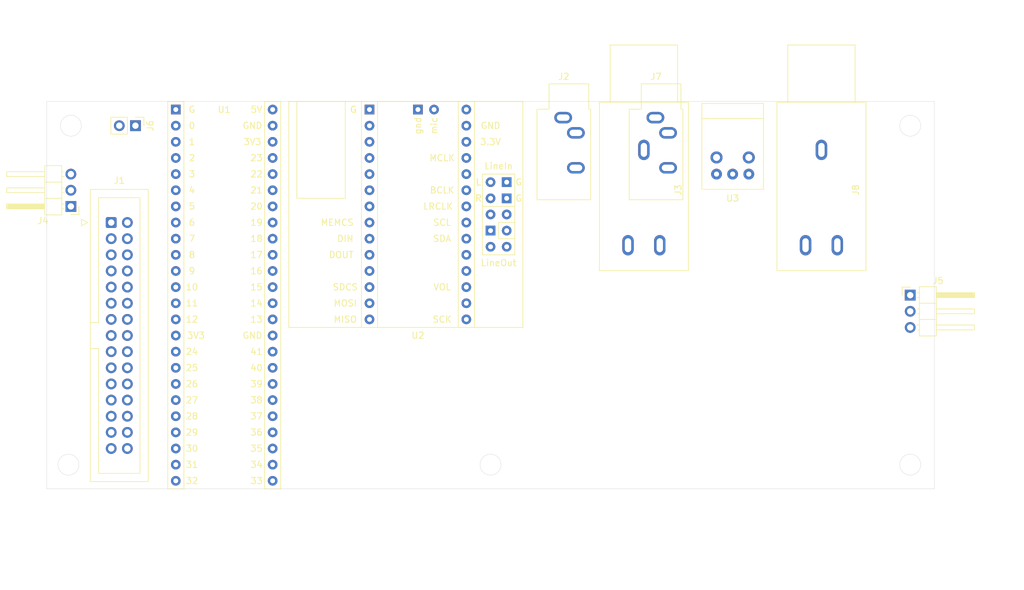
<source format=kicad_pcb>
(kicad_pcb (version 20171130) (host pcbnew "(5.1.7)-1")

  (general
    (thickness 1.6)
    (drawings 13)
    (tracks 0)
    (zones 0)
    (modules 11)
    (nets 117)
  )

  (page A4)
  (layers
    (0 F.Cu signal)
    (31 B.Cu signal)
    (32 B.Adhes user)
    (33 F.Adhes user)
    (34 B.Paste user)
    (35 F.Paste user)
    (36 B.SilkS user)
    (37 F.SilkS user)
    (38 B.Mask user)
    (39 F.Mask user)
    (40 Dwgs.User user)
    (41 Cmts.User user)
    (42 Eco1.User user)
    (43 Eco2.User user)
    (44 Edge.Cuts user)
    (45 Margin user)
    (46 B.CrtYd user)
    (47 F.CrtYd user)
    (48 B.Fab user)
    (49 F.Fab user)
  )

  (setup
    (last_trace_width 0.25)
    (trace_clearance 0.2)
    (zone_clearance 0.508)
    (zone_45_only no)
    (trace_min 0.2)
    (via_size 0.8)
    (via_drill 0.4)
    (via_min_size 0.4)
    (via_min_drill 0.3)
    (uvia_size 0.3)
    (uvia_drill 0.1)
    (uvias_allowed no)
    (uvia_min_size 0.2)
    (uvia_min_drill 0.1)
    (edge_width 0.05)
    (segment_width 0.2)
    (pcb_text_width 0.3)
    (pcb_text_size 1.5 1.5)
    (mod_edge_width 0.12)
    (mod_text_size 1 1)
    (mod_text_width 0.15)
    (pad_size 1.524 1.524)
    (pad_drill 0.762)
    (pad_to_mask_clearance 0.051)
    (solder_mask_min_width 0.25)
    (aux_axis_origin 0 0)
    (visible_elements 7FFFFFFF)
    (pcbplotparams
      (layerselection 0x010fc_ffffffff)
      (usegerberextensions false)
      (usegerberattributes false)
      (usegerberadvancedattributes false)
      (creategerberjobfile false)
      (excludeedgelayer true)
      (linewidth 0.100000)
      (plotframeref false)
      (viasonmask false)
      (mode 1)
      (useauxorigin false)
      (hpglpennumber 1)
      (hpglpenspeed 20)
      (hpglpendiameter 15.000000)
      (psnegative false)
      (psa4output false)
      (plotreference true)
      (plotvalue true)
      (plotinvisibletext false)
      (padsonsilk false)
      (subtractmaskfromsilk false)
      (outputformat 1)
      (mirror false)
      (drillshape 1)
      (scaleselection 1)
      (outputdirectory ""))
  )

  (net 0 "")
  (net 1 "Net-(J1-Pad30)")
  (net 2 "Net-(J1-Pad29)")
  (net 3 "Net-(J1-Pad28)")
  (net 4 "Net-(J1-Pad27)")
  (net 5 "Net-(J1-Pad26)")
  (net 6 "Net-(J1-Pad25)")
  (net 7 "Net-(J1-Pad24)")
  (net 8 "Net-(J1-Pad23)")
  (net 9 "Net-(J1-Pad22)")
  (net 10 "Net-(J1-Pad21)")
  (net 11 "Net-(J1-Pad20)")
  (net 12 "Net-(J1-Pad19)")
  (net 13 "Net-(J1-Pad18)")
  (net 14 "Net-(J1-Pad17)")
  (net 15 "Net-(J1-Pad16)")
  (net 16 "Net-(J1-Pad15)")
  (net 17 "Net-(J1-Pad14)")
  (net 18 "Net-(J1-Pad13)")
  (net 19 "Net-(J1-Pad12)")
  (net 20 "Net-(J1-Pad11)")
  (net 21 "Net-(J1-Pad10)")
  (net 22 "Net-(J1-Pad9)")
  (net 23 "Net-(J1-Pad8)")
  (net 24 "Net-(J1-Pad7)")
  (net 25 "Net-(J1-Pad6)")
  (net 26 "Net-(J1-Pad5)")
  (net 27 "Net-(J1-Pad4)")
  (net 28 "Net-(J1-Pad3)")
  (net 29 "Net-(J1-Pad2)")
  (net 30 "Net-(J1-Pad1)")
  (net 31 "Net-(J2-PadR)")
  (net 32 "Net-(J2-PadT)")
  (net 33 "Net-(J2-PadS)")
  (net 34 "Net-(J3-PadR)")
  (net 35 "Net-(J3-PadT)")
  (net 36 "Net-(J3-PadS)")
  (net 37 "Net-(U1-Pad48)")
  (net 38 "Net-(U1-Pad47)")
  (net 39 "Net-(U1-Pad46)")
  (net 40 "Net-(U1-Pad45)")
  (net 41 "Net-(U1-Pad44)")
  (net 42 "Net-(U1-Pad43)")
  (net 43 "Net-(U1-Pad42)")
  (net 44 "Net-(U1-Pad41)")
  (net 45 "Net-(U1-Pad40)")
  (net 46 "Net-(U1-Pad39)")
  (net 47 "Net-(U1-Pad38)")
  (net 48 "Net-(U1-Pad37)")
  (net 49 "Net-(U1-Pad36)")
  (net 50 "Net-(U1-Pad35)")
  (net 51 "Net-(U1-Pad34)")
  (net 52 "Net-(U1-Pad33)")
  (net 53 "Net-(U1-Pad32)")
  (net 54 "Net-(U1-Pad31)")
  (net 55 "Net-(U1-Pad30)")
  (net 56 "Net-(U1-Pad29)")
  (net 57 "Net-(U1-Pad28)")
  (net 58 "Net-(U1-Pad27)")
  (net 59 "Net-(U1-Pad26)")
  (net 60 "Net-(U1-Pad25)")
  (net 61 "Net-(U1-Pad24)")
  (net 62 "Net-(U1-Pad23)")
  (net 63 "Net-(U1-Pad22)")
  (net 64 "Net-(U1-Pad21)")
  (net 65 "Net-(U1-Pad20)")
  (net 66 "Net-(U1-Pad19)")
  (net 67 "Net-(U1-Pad18)")
  (net 68 "Net-(U1-Pad17)")
  (net 69 "Net-(U1-Pad16)")
  (net 70 "Net-(U1-Pad15)")
  (net 71 "Net-(U1-Pad14)")
  (net 72 "Net-(U1-Pad13)")
  (net 73 "Net-(U1-Pad12)")
  (net 74 "Net-(U1-Pad11)")
  (net 75 "Net-(U1-Pad10)")
  (net 76 "Net-(U1-Pad9)")
  (net 77 "Net-(U1-Pad8)")
  (net 78 "Net-(U1-Pad7)")
  (net 79 "Net-(U1-Pad6)")
  (net 80 "Net-(U1-Pad5)")
  (net 81 "Net-(U1-Pad4)")
  (net 82 "Net-(U1-Pad3)")
  (net 83 "Net-(U1-Pad2)")
  (net 84 "Net-(U1-Pad1)")
  (net 85 "Net-(U2-Pad40)")
  (net 86 "Net-(U2-Pad39)")
  (net 87 "Net-(U2-Pad27)")
  (net 88 "Net-(U2-Pad26)")
  (net 89 "Net-(U2-Pad25)")
  (net 90 "Net-(U2-Pad23)")
  (net 91 "Net-(U2-Pad22)")
  (net 92 "Net-(U2-Pad21)")
  (net 93 "Net-(U2-Pad20)")
  (net 94 "Net-(U2-Pad17)")
  (net 95 "Net-(U2-Pad15)")
  (net 96 "Net-(U2-Pad14)")
  (net 97 "Net-(U2-Pad13)")
  (net 98 "Net-(U2-Pad12)")
  (net 99 "Net-(U2-Pad10)")
  (net 100 "Net-(U2-Pad9)")
  (net 101 "Net-(U2-Pad8)")
  (net 102 "Net-(U2-Pad1)")
  (net 103 "Net-(J4-Pad3)")
  (net 104 "Net-(J4-Pad2)")
  (net 105 "Net-(J4-Pad1)")
  (net 106 "Net-(J5-Pad3)")
  (net 107 "Net-(J5-Pad2)")
  (net 108 "Net-(J5-Pad1)")
  (net 109 "Net-(J6-Pad1)")
  (net 110 "Net-(J6-Pad2)")
  (net 111 "Net-(U3-Pad1)")
  (net 112 "Net-(U3-Pad2)")
  (net 113 "Net-(U3-Pad3)")
  (net 114 "Net-(J8-PadT)")
  (net 115 "Net-(J8-PadR)")
  (net 116 "Net-(J8-PadS)")

  (net_class Default "This is the default net class."
    (clearance 0.2)
    (trace_width 0.25)
    (via_dia 0.8)
    (via_drill 0.4)
    (uvia_dia 0.3)
    (uvia_drill 0.1)
    (add_net "Net-(J1-Pad1)")
    (add_net "Net-(J1-Pad10)")
    (add_net "Net-(J1-Pad11)")
    (add_net "Net-(J1-Pad12)")
    (add_net "Net-(J1-Pad13)")
    (add_net "Net-(J1-Pad14)")
    (add_net "Net-(J1-Pad15)")
    (add_net "Net-(J1-Pad16)")
    (add_net "Net-(J1-Pad17)")
    (add_net "Net-(J1-Pad18)")
    (add_net "Net-(J1-Pad19)")
    (add_net "Net-(J1-Pad2)")
    (add_net "Net-(J1-Pad20)")
    (add_net "Net-(J1-Pad21)")
    (add_net "Net-(J1-Pad22)")
    (add_net "Net-(J1-Pad23)")
    (add_net "Net-(J1-Pad24)")
    (add_net "Net-(J1-Pad25)")
    (add_net "Net-(J1-Pad26)")
    (add_net "Net-(J1-Pad27)")
    (add_net "Net-(J1-Pad28)")
    (add_net "Net-(J1-Pad29)")
    (add_net "Net-(J1-Pad3)")
    (add_net "Net-(J1-Pad30)")
    (add_net "Net-(J1-Pad4)")
    (add_net "Net-(J1-Pad5)")
    (add_net "Net-(J1-Pad6)")
    (add_net "Net-(J1-Pad7)")
    (add_net "Net-(J1-Pad8)")
    (add_net "Net-(J1-Pad9)")
    (add_net "Net-(J2-PadR)")
    (add_net "Net-(J2-PadS)")
    (add_net "Net-(J2-PadT)")
    (add_net "Net-(J3-PadR)")
    (add_net "Net-(J3-PadS)")
    (add_net "Net-(J3-PadT)")
    (add_net "Net-(J4-Pad1)")
    (add_net "Net-(J4-Pad2)")
    (add_net "Net-(J4-Pad3)")
    (add_net "Net-(J5-Pad1)")
    (add_net "Net-(J5-Pad2)")
    (add_net "Net-(J5-Pad3)")
    (add_net "Net-(J6-Pad1)")
    (add_net "Net-(J6-Pad2)")
    (add_net "Net-(J8-PadR)")
    (add_net "Net-(J8-PadS)")
    (add_net "Net-(J8-PadT)")
    (add_net "Net-(U1-Pad1)")
    (add_net "Net-(U1-Pad10)")
    (add_net "Net-(U1-Pad11)")
    (add_net "Net-(U1-Pad12)")
    (add_net "Net-(U1-Pad13)")
    (add_net "Net-(U1-Pad14)")
    (add_net "Net-(U1-Pad15)")
    (add_net "Net-(U1-Pad16)")
    (add_net "Net-(U1-Pad17)")
    (add_net "Net-(U1-Pad18)")
    (add_net "Net-(U1-Pad19)")
    (add_net "Net-(U1-Pad2)")
    (add_net "Net-(U1-Pad20)")
    (add_net "Net-(U1-Pad21)")
    (add_net "Net-(U1-Pad22)")
    (add_net "Net-(U1-Pad23)")
    (add_net "Net-(U1-Pad24)")
    (add_net "Net-(U1-Pad25)")
    (add_net "Net-(U1-Pad26)")
    (add_net "Net-(U1-Pad27)")
    (add_net "Net-(U1-Pad28)")
    (add_net "Net-(U1-Pad29)")
    (add_net "Net-(U1-Pad3)")
    (add_net "Net-(U1-Pad30)")
    (add_net "Net-(U1-Pad31)")
    (add_net "Net-(U1-Pad32)")
    (add_net "Net-(U1-Pad33)")
    (add_net "Net-(U1-Pad34)")
    (add_net "Net-(U1-Pad35)")
    (add_net "Net-(U1-Pad36)")
    (add_net "Net-(U1-Pad37)")
    (add_net "Net-(U1-Pad38)")
    (add_net "Net-(U1-Pad39)")
    (add_net "Net-(U1-Pad4)")
    (add_net "Net-(U1-Pad40)")
    (add_net "Net-(U1-Pad41)")
    (add_net "Net-(U1-Pad42)")
    (add_net "Net-(U1-Pad43)")
    (add_net "Net-(U1-Pad44)")
    (add_net "Net-(U1-Pad45)")
    (add_net "Net-(U1-Pad46)")
    (add_net "Net-(U1-Pad47)")
    (add_net "Net-(U1-Pad48)")
    (add_net "Net-(U1-Pad5)")
    (add_net "Net-(U1-Pad6)")
    (add_net "Net-(U1-Pad7)")
    (add_net "Net-(U1-Pad8)")
    (add_net "Net-(U1-Pad9)")
    (add_net "Net-(U2-Pad1)")
    (add_net "Net-(U2-Pad10)")
    (add_net "Net-(U2-Pad12)")
    (add_net "Net-(U2-Pad13)")
    (add_net "Net-(U2-Pad14)")
    (add_net "Net-(U2-Pad15)")
    (add_net "Net-(U2-Pad17)")
    (add_net "Net-(U2-Pad20)")
    (add_net "Net-(U2-Pad21)")
    (add_net "Net-(U2-Pad22)")
    (add_net "Net-(U2-Pad23)")
    (add_net "Net-(U2-Pad25)")
    (add_net "Net-(U2-Pad26)")
    (add_net "Net-(U2-Pad27)")
    (add_net "Net-(U2-Pad39)")
    (add_net "Net-(U2-Pad40)")
    (add_net "Net-(U2-Pad8)")
    (add_net "Net-(U2-Pad9)")
    (add_net "Net-(U3-Pad1)")
    (add_net "Net-(U3-Pad2)")
    (add_net "Net-(U3-Pad3)")
  )

  (module Connector_Audio:Jack_6.35mm_ST_008G_04 (layer F.Cu) (tedit 5F702D8F) (tstamp 5F770479)
    (at 160.02 74.93 270)
    (path /5F771708)
    (fp_text reference J8 (at 6.3 -5.4 90) (layer F.SilkS)
      (effects (font (size 1 1) (thickness 0.15)))
    )
    (fp_text value AudioJack3 (at 6.1 5.1 90) (layer F.Fab)
      (effects (font (size 1 1) (thickness 0.15)))
    )
    (fp_line (start -7.5 7) (end 19 7) (layer F.SilkS) (width 0.12))
    (fp_line (start -7.5 -7) (end 19 -7) (layer F.SilkS) (width 0.12))
    (fp_line (start -7.5 -7) (end -7.5 7) (layer F.SilkS) (width 0.12))
    (fp_line (start 19 -7) (end 19 7) (layer F.SilkS) (width 0.12))
    (fp_line (start -16.5 -5.3) (end -16.5 5.3) (layer F.SilkS) (width 0.12))
    (fp_line (start -16.5 -5.3) (end -7.5 -5.3) (layer F.SilkS) (width 0.12))
    (fp_line (start -16.5 5.3) (end -7.5 5.3) (layer F.SilkS) (width 0.12))
    (pad T thru_hole oval (at 15 -2.5 270) (size 3.2 1.8) (drill oval 2.2 1) (layers *.Cu *.Mask)
      (net 114 "Net-(J8-PadT)"))
    (pad R thru_hole oval (at 15 2.5 270) (size 3.2 1.8) (drill oval 2.2 1) (layers *.Cu *.Mask)
      (net 115 "Net-(J8-PadR)"))
    (pad S thru_hole oval (at 0 0 270) (size 3.2 1.8) (drill oval 2.2 1) (layers *.Cu *.Mask)
      (net 116 "Net-(J8-PadS)"))
  )

  (module Connector_Audio:Jack_3.5mm_CUI_SJ1-3533NG_Horizontal (layer F.Cu) (tedit 5BAD3514) (tstamp 5F77046B)
    (at 133.89 69.85)
    (descr "TRS 3.5mm, horizontal, through-hole, https://www.cui.com/product/resource/sj1-353xng.pdf")
    (tags "TRS audio jack stereo horizontal")
    (path /5F7723C9)
    (fp_text reference J7 (at 0.1 -6.45) (layer F.SilkS)
      (effects (font (size 1 1) (thickness 0.15)))
    )
    (fp_text value AudioJack3 (at 0.1 14.05) (layer F.Fab)
      (effects (font (size 1 1) (thickness 0.15)))
    )
    (fp_text user %R (at 0.1 3.8) (layer F.Fab)
      (effects (font (size 1 1) (thickness 0.15)))
    )
    (fp_line (start -2.1 -5.2) (end 3.9 -5.2) (layer F.Fab) (width 0.1))
    (fp_line (start 3.9 -5.2) (end 3.9 -1.2) (layer F.Fab) (width 0.1))
    (fp_line (start 3.9 -1.2) (end 4.2 -1.2) (layer F.Fab) (width 0.1))
    (fp_line (start 4.2 -1.2) (end 4.2 12.8) (layer F.Fab) (width 0.1))
    (fp_line (start 4.2 12.8) (end -4 12.8) (layer F.Fab) (width 0.1))
    (fp_line (start -4 12.8) (end -4 -1.2) (layer F.Fab) (width 0.1))
    (fp_line (start -4 -1.2) (end -2.1 -1.2) (layer F.Fab) (width 0.1))
    (fp_line (start -2.1 -1.2) (end -2.1 -5.2) (layer F.Fab) (width 0.1))
    (fp_line (start -2.22 -5.32) (end 4.02 -5.32) (layer F.SilkS) (width 0.12))
    (fp_line (start 4.02 -5.32) (end 4.02 -1.32) (layer F.SilkS) (width 0.12))
    (fp_line (start 4.02 -1.32) (end 4.32 -1.32) (layer F.SilkS) (width 0.12))
    (fp_line (start 4.32 -1.32) (end 4.32 12.92) (layer F.SilkS) (width 0.12))
    (fp_line (start 4.32 12.92) (end -4.12 12.92) (layer F.SilkS) (width 0.12))
    (fp_line (start -4.12 12.92) (end -4.12 -1.32) (layer F.SilkS) (width 0.12))
    (fp_line (start -4.12 -1.32) (end -2.22 -1.32) (layer F.SilkS) (width 0.12))
    (fp_line (start -2.22 -1.32) (end -2.22 -5.32) (layer F.SilkS) (width 0.12))
    (fp_line (start -4.5 -5.7) (end -4.5 13.3) (layer F.CrtYd) (width 0.05))
    (fp_line (start -4.5 13.3) (end 4.7 13.3) (layer F.CrtYd) (width 0.05))
    (fp_line (start 4.7 13.3) (end 4.7 -5.7) (layer F.CrtYd) (width 0.05))
    (fp_line (start 4.7 -5.7) (end -4.5 -5.7) (layer F.CrtYd) (width 0.05))
    (pad R thru_hole oval (at 2 7.9) (size 2.8 1.8) (drill oval 2 1) (layers *.Cu *.Mask)
      (net 34 "Net-(J3-PadR)"))
    (pad T thru_hole oval (at 2 2.4) (size 2.8 1.8) (drill oval 2 1) (layers *.Cu *.Mask)
      (net 35 "Net-(J3-PadT)"))
    (pad S thru_hole oval (at 0 0) (size 2.8 1.8) (drill oval 2 1) (layers *.Cu *.Mask)
      (net 36 "Net-(J3-PadS)"))
    (model ${KISYS3DMOD}/Connector_Audio.3dshapes/Jack_3.5mm_CUI_SJ1-3533NG_Horizontal.wrl
      (at (xyz 0 0 0))
      (scale (xyz 1 1 1))
      (rotate (xyz 0 0 0))
    )
  )

  (module Module:PLT133T10W (layer F.Cu) (tedit 5F7637BA) (tstamp 5F769A4E)
    (at 146.05 78.74)
    (path /5F765E12)
    (fp_text reference U3 (at 0 3.81) (layer F.SilkS)
      (effects (font (size 1 1) (thickness 0.15)))
    )
    (fp_text value PLT133T10W (at 0 -7.62) (layer F.Fab)
      (effects (font (size 1 1) (thickness 0.15)))
    )
    (fp_line (start -4.85 -11.11) (end 4.85 -11.11) (layer F.SilkS) (width 0.12))
    (fp_line (start -4.85 2.39) (end 4.85 2.39) (layer F.SilkS) (width 0.12))
    (fp_line (start -4.85 -11.11) (end -4.85 2.39) (layer F.SilkS) (width 0.12))
    (fp_line (start 4.85 -11.11) (end 4.85 2.39) (layer F.SilkS) (width 0.12))
    (fp_line (start -4.85 -8.75) (end 4.85 -8.75) (layer F.SilkS) (width 0.12))
    (pad "" thru_hole circle (at 2.54 -2.62) (size 1.9 1.9) (drill 1.1) (layers *.Cu *.Mask))
    (pad "" thru_hole circle (at -2.54 -2.62) (size 1.9 1.9) (drill 1.1) (layers *.Cu *.Mask))
    (pad 1 thru_hole circle (at 2.54 0) (size 1.7 1.7) (drill 0.8) (layers *.Cu *.Mask)
      (net 111 "Net-(U3-Pad1)"))
    (pad 2 thru_hole circle (at 0 0) (size 1.7 1.7) (drill 0.8) (layers *.Cu *.Mask)
      (net 112 "Net-(U3-Pad2)"))
    (pad 3 thru_hole circle (at -2.54 0) (size 1.7 1.7) (drill 0.8) (layers *.Cu *.Mask)
      (net 113 "Net-(U3-Pad3)"))
  )

  (module Connector_IDC:IDC-Header_2x15_P2.54mm_Vertical (layer F.Cu) (tedit 5EAC9A07) (tstamp 5F6F8455)
    (at 48.26 86.36)
    (descr "Through hole IDC box header, 2x15, 2.54mm pitch, DIN 41651 / IEC 60603-13, double rows, https://docs.google.com/spreadsheets/d/16SsEcesNF15N3Lb4niX7dcUr-NY5_MFPQhobNuNppn4/edit#gid=0")
    (tags "Through hole vertical IDC box header THT 2x15 2.54mm double row")
    (path /5F6F6FD9)
    (fp_text reference J1 (at 1.27 -6.604) (layer F.SilkS)
      (effects (font (size 1 1) (thickness 0.15)))
    )
    (fp_text value Conn_02x20_Odd_Even (at -6.35 19.05 90) (layer F.Fab)
      (effects (font (size 1 1) (thickness 0.15)))
    )
    (fp_text user %R (at 1.27 20.32) (layer F.Fab)
      (effects (font (size 1 1) (thickness 0.15)))
    )
    (fp_line (start -3.18 -4.1) (end -2.18 -5.1) (layer F.Fab) (width 0.1))
    (fp_line (start -2.18 -5.1) (end 5.72 -5.1) (layer F.Fab) (width 0.1))
    (fp_line (start 5.72 -5.1) (end 5.72 40.66) (layer F.Fab) (width 0.1))
    (fp_line (start 5.72 40.66) (end -3.18 40.66) (layer F.Fab) (width 0.1))
    (fp_line (start -3.18 40.66) (end -3.18 -4.1) (layer F.Fab) (width 0.1))
    (fp_line (start -3.18 15.73) (end -1.98 15.73) (layer F.Fab) (width 0.1))
    (fp_line (start -1.98 15.73) (end -1.98 -3.91) (layer F.Fab) (width 0.1))
    (fp_line (start -1.98 -3.91) (end 4.52 -3.91) (layer F.Fab) (width 0.1))
    (fp_line (start 4.52 -3.91) (end 4.52 39.47) (layer F.Fab) (width 0.1))
    (fp_line (start 4.52 39.47) (end -1.98 39.47) (layer F.Fab) (width 0.1))
    (fp_line (start -1.98 39.47) (end -1.98 19.83) (layer F.Fab) (width 0.1))
    (fp_line (start -1.98 19.83) (end -1.98 19.83) (layer F.Fab) (width 0.1))
    (fp_line (start -1.98 19.83) (end -3.18 19.83) (layer F.Fab) (width 0.1))
    (fp_line (start -3.29 -5.21) (end 5.83 -5.21) (layer F.SilkS) (width 0.12))
    (fp_line (start 5.83 -5.21) (end 5.83 40.77) (layer F.SilkS) (width 0.12))
    (fp_line (start 5.83 40.77) (end -3.29 40.77) (layer F.SilkS) (width 0.12))
    (fp_line (start -3.29 40.77) (end -3.29 -5.21) (layer F.SilkS) (width 0.12))
    (fp_line (start -3.29 15.73) (end -1.98 15.73) (layer F.SilkS) (width 0.12))
    (fp_line (start -1.98 15.73) (end -1.98 -3.91) (layer F.SilkS) (width 0.12))
    (fp_line (start -1.98 -3.91) (end 4.52 -3.91) (layer F.SilkS) (width 0.12))
    (fp_line (start 4.52 -3.91) (end 4.52 39.47) (layer F.SilkS) (width 0.12))
    (fp_line (start 4.52 39.47) (end -1.98 39.47) (layer F.SilkS) (width 0.12))
    (fp_line (start -1.98 39.47) (end -1.98 19.83) (layer F.SilkS) (width 0.12))
    (fp_line (start -1.98 19.83) (end -1.98 19.83) (layer F.SilkS) (width 0.12))
    (fp_line (start -1.98 19.83) (end -3.29 19.83) (layer F.SilkS) (width 0.12))
    (fp_line (start -3.68 0) (end -4.68 -0.5) (layer F.SilkS) (width 0.12))
    (fp_line (start -4.68 -0.5) (end -4.68 0.5) (layer F.SilkS) (width 0.12))
    (fp_line (start -4.68 0.5) (end -3.68 0) (layer F.SilkS) (width 0.12))
    (fp_line (start -3.68 -5.6) (end -3.68 41.16) (layer F.CrtYd) (width 0.05))
    (fp_line (start -3.68 41.16) (end 6.22 41.16) (layer F.CrtYd) (width 0.05))
    (fp_line (start 6.22 41.16) (end 6.22 -5.6) (layer F.CrtYd) (width 0.05))
    (fp_line (start 6.22 -5.6) (end -3.68 -5.6) (layer F.CrtYd) (width 0.05))
    (pad 30 thru_hole circle (at 2.54 35.56) (size 1.7 1.7) (drill 1) (layers *.Cu *.Mask)
      (net 1 "Net-(J1-Pad30)"))
    (pad 28 thru_hole circle (at 2.54 33.02) (size 1.7 1.7) (drill 1) (layers *.Cu *.Mask)
      (net 3 "Net-(J1-Pad28)"))
    (pad 26 thru_hole circle (at 2.54 30.48) (size 1.7 1.7) (drill 1) (layers *.Cu *.Mask)
      (net 5 "Net-(J1-Pad26)"))
    (pad 24 thru_hole circle (at 2.54 27.94) (size 1.7 1.7) (drill 1) (layers *.Cu *.Mask)
      (net 7 "Net-(J1-Pad24)"))
    (pad 22 thru_hole circle (at 2.54 25.4) (size 1.7 1.7) (drill 1) (layers *.Cu *.Mask)
      (net 9 "Net-(J1-Pad22)"))
    (pad 20 thru_hole circle (at 2.54 22.86) (size 1.7 1.7) (drill 1) (layers *.Cu *.Mask)
      (net 11 "Net-(J1-Pad20)"))
    (pad 18 thru_hole circle (at 2.54 20.32) (size 1.7 1.7) (drill 1) (layers *.Cu *.Mask)
      (net 13 "Net-(J1-Pad18)"))
    (pad 16 thru_hole circle (at 2.54 17.78) (size 1.7 1.7) (drill 1) (layers *.Cu *.Mask)
      (net 15 "Net-(J1-Pad16)"))
    (pad 14 thru_hole circle (at 2.54 15.24) (size 1.7 1.7) (drill 1) (layers *.Cu *.Mask)
      (net 17 "Net-(J1-Pad14)"))
    (pad 12 thru_hole circle (at 2.54 12.7) (size 1.7 1.7) (drill 1) (layers *.Cu *.Mask)
      (net 19 "Net-(J1-Pad12)"))
    (pad 10 thru_hole circle (at 2.54 10.16) (size 1.7 1.7) (drill 1) (layers *.Cu *.Mask)
      (net 21 "Net-(J1-Pad10)"))
    (pad 8 thru_hole circle (at 2.54 7.62) (size 1.7 1.7) (drill 1) (layers *.Cu *.Mask)
      (net 23 "Net-(J1-Pad8)"))
    (pad 6 thru_hole circle (at 2.54 5.08) (size 1.7 1.7) (drill 1) (layers *.Cu *.Mask)
      (net 25 "Net-(J1-Pad6)"))
    (pad 4 thru_hole circle (at 2.54 2.54) (size 1.7 1.7) (drill 1) (layers *.Cu *.Mask)
      (net 27 "Net-(J1-Pad4)"))
    (pad 2 thru_hole circle (at 2.54 0) (size 1.7 1.7) (drill 1) (layers *.Cu *.Mask)
      (net 29 "Net-(J1-Pad2)"))
    (pad 29 thru_hole circle (at 0 35.56) (size 1.7 1.7) (drill 1) (layers *.Cu *.Mask)
      (net 2 "Net-(J1-Pad29)"))
    (pad 27 thru_hole circle (at 0 33.02) (size 1.7 1.7) (drill 1) (layers *.Cu *.Mask)
      (net 4 "Net-(J1-Pad27)"))
    (pad 25 thru_hole circle (at 0 30.48) (size 1.7 1.7) (drill 1) (layers *.Cu *.Mask)
      (net 6 "Net-(J1-Pad25)"))
    (pad 23 thru_hole circle (at 0 27.94) (size 1.7 1.7) (drill 1) (layers *.Cu *.Mask)
      (net 8 "Net-(J1-Pad23)"))
    (pad 21 thru_hole circle (at 0 25.4) (size 1.7 1.7) (drill 1) (layers *.Cu *.Mask)
      (net 10 "Net-(J1-Pad21)"))
    (pad 19 thru_hole circle (at 0 22.86) (size 1.7 1.7) (drill 1) (layers *.Cu *.Mask)
      (net 12 "Net-(J1-Pad19)"))
    (pad 17 thru_hole circle (at 0 20.32) (size 1.7 1.7) (drill 1) (layers *.Cu *.Mask)
      (net 14 "Net-(J1-Pad17)"))
    (pad 15 thru_hole circle (at 0 17.78) (size 1.7 1.7) (drill 1) (layers *.Cu *.Mask)
      (net 16 "Net-(J1-Pad15)"))
    (pad 13 thru_hole circle (at 0 15.24) (size 1.7 1.7) (drill 1) (layers *.Cu *.Mask)
      (net 18 "Net-(J1-Pad13)"))
    (pad 11 thru_hole circle (at 0 12.7) (size 1.7 1.7) (drill 1) (layers *.Cu *.Mask)
      (net 20 "Net-(J1-Pad11)"))
    (pad 9 thru_hole circle (at 0 10.16) (size 1.7 1.7) (drill 1) (layers *.Cu *.Mask)
      (net 22 "Net-(J1-Pad9)"))
    (pad 7 thru_hole circle (at 0 7.62) (size 1.7 1.7) (drill 1) (layers *.Cu *.Mask)
      (net 24 "Net-(J1-Pad7)"))
    (pad 5 thru_hole circle (at 0 5.08) (size 1.7 1.7) (drill 1) (layers *.Cu *.Mask)
      (net 26 "Net-(J1-Pad5)"))
    (pad 3 thru_hole circle (at 0 2.54) (size 1.7 1.7) (drill 1) (layers *.Cu *.Mask)
      (net 28 "Net-(J1-Pad3)"))
    (pad 1 thru_hole roundrect (at 0 0) (size 1.7 1.7) (drill 1) (layers *.Cu *.Mask) (roundrect_rratio 0.147059)
      (net 30 "Net-(J1-Pad1)"))
    (model ${KISYS3DMOD}/Connector_IDC.3dshapes/IDC-Header_2x15_P2.54mm_Vertical.wrl
      (at (xyz 0 0 0))
      (scale (xyz 1 1 1))
      (rotate (xyz 0 0 0))
    )
  )

  (module Connector_PinHeader_2.54mm:PinHeader_1x02_P2.54mm_Vertical (layer F.Cu) (tedit 59FED5CC) (tstamp 5F70C7FA)
    (at 52.07 71.12 270)
    (descr "Through hole straight pin header, 1x02, 2.54mm pitch, single row")
    (tags "Through hole pin header THT 1x02 2.54mm single row")
    (path /5F70D684)
    (fp_text reference J6 (at 0 -2.33 90) (layer F.SilkS)
      (effects (font (size 1 1) (thickness 0.15)))
    )
    (fp_text value Conn_01x02_Male (at 0 4.87 90) (layer F.Fab)
      (effects (font (size 1 1) (thickness 0.15)))
    )
    (fp_line (start 1.8 -1.8) (end -1.8 -1.8) (layer F.CrtYd) (width 0.05))
    (fp_line (start 1.8 4.35) (end 1.8 -1.8) (layer F.CrtYd) (width 0.05))
    (fp_line (start -1.8 4.35) (end 1.8 4.35) (layer F.CrtYd) (width 0.05))
    (fp_line (start -1.8 -1.8) (end -1.8 4.35) (layer F.CrtYd) (width 0.05))
    (fp_line (start -1.33 -1.33) (end 0 -1.33) (layer F.SilkS) (width 0.12))
    (fp_line (start -1.33 0) (end -1.33 -1.33) (layer F.SilkS) (width 0.12))
    (fp_line (start -1.33 1.27) (end 1.33 1.27) (layer F.SilkS) (width 0.12))
    (fp_line (start 1.33 1.27) (end 1.33 3.87) (layer F.SilkS) (width 0.12))
    (fp_line (start -1.33 1.27) (end -1.33 3.87) (layer F.SilkS) (width 0.12))
    (fp_line (start -1.33 3.87) (end 1.33 3.87) (layer F.SilkS) (width 0.12))
    (fp_line (start -1.27 -0.635) (end -0.635 -1.27) (layer F.Fab) (width 0.1))
    (fp_line (start -1.27 3.81) (end -1.27 -0.635) (layer F.Fab) (width 0.1))
    (fp_line (start 1.27 3.81) (end -1.27 3.81) (layer F.Fab) (width 0.1))
    (fp_line (start 1.27 -1.27) (end 1.27 3.81) (layer F.Fab) (width 0.1))
    (fp_line (start -0.635 -1.27) (end 1.27 -1.27) (layer F.Fab) (width 0.1))
    (fp_text user %R (at 0 1.27) (layer F.Fab)
      (effects (font (size 1 1) (thickness 0.15)))
    )
    (pad 2 thru_hole oval (at 0 2.54 270) (size 1.7 1.7) (drill 1) (layers *.Cu *.Mask)
      (net 110 "Net-(J6-Pad2)"))
    (pad 1 thru_hole rect (at 0 0 270) (size 1.7 1.7) (drill 1) (layers *.Cu *.Mask)
      (net 109 "Net-(J6-Pad1)"))
    (model ${KISYS3DMOD}/Connector_PinHeader_2.54mm.3dshapes/PinHeader_1x02_P2.54mm_Vertical.wrl
      (at (xyz 0 0 0))
      (scale (xyz 1 1 1))
      (rotate (xyz 0 0 0))
    )
  )

  (module Module:Teensy41 (layer F.Cu) (tedit 5F7037F2) (tstamp 5F70C173)
    (at 66.04 93.98)
    (path /5F6F5E98)
    (fp_text reference U1 (at 0 -25.4) (layer F.SilkS)
      (effects (font (size 1 1) (thickness 0.15)))
    )
    (fp_text value Teensy41 (at 0 0 90) (layer F.Fab)
      (effects (font (size 1 1) (thickness 0.15)))
    )
    (fp_line (start 6.35 34.29) (end 6.35 -26.67) (layer F.SilkS) (width 0.12))
    (fp_line (start 8.89 34.29) (end 6.35 34.29) (layer F.SilkS) (width 0.12))
    (fp_line (start 8.89 -26.67) (end 8.89 34.29) (layer F.SilkS) (width 0.12))
    (fp_line (start 6.35 -26.67) (end 8.89 -26.67) (layer F.SilkS) (width 0.12))
    (fp_line (start -8.89 34.29) (end -8.89 -26.67) (layer F.SilkS) (width 0.12))
    (fp_line (start -6.35 34.29) (end -8.89 34.29) (layer F.SilkS) (width 0.12))
    (fp_line (start -6.35 -26.67) (end -6.35 34.29) (layer F.SilkS) (width 0.12))
    (fp_line (start -8.89 -26.67) (end -6.35 -26.67) (layer F.SilkS) (width 0.12))
    (fp_text user 5V (at 5.08 -25.4) (layer F.SilkS)
      (effects (font (size 1 1) (thickness 0.15)))
    )
    (fp_text user GND (at 4.445 -22.86) (layer F.SilkS)
      (effects (font (size 1 1) (thickness 0.15)))
    )
    (fp_text user 3V3 (at 4.445 -20.32) (layer F.SilkS)
      (effects (font (size 1 1) (thickness 0.15)))
    )
    (fp_text user 23 (at 5.08 -17.78) (layer F.SilkS)
      (effects (font (size 1 1) (thickness 0.15)))
    )
    (fp_text user 22 (at 5.08 -15.24) (layer F.SilkS)
      (effects (font (size 1 1) (thickness 0.15)))
    )
    (fp_text user 21 (at 5.08 -12.7) (layer F.SilkS)
      (effects (font (size 1 1) (thickness 0.15)))
    )
    (fp_text user 20 (at 5.08 -10.16) (layer F.SilkS)
      (effects (font (size 1 1) (thickness 0.15)))
    )
    (fp_text user 19 (at 5.08 -7.62) (layer F.SilkS)
      (effects (font (size 1 1) (thickness 0.15)))
    )
    (fp_text user 18 (at 5.08 -5.08) (layer F.SilkS)
      (effects (font (size 1 1) (thickness 0.15)))
    )
    (fp_text user 17 (at 5.08 -2.54) (layer F.SilkS)
      (effects (font (size 1 1) (thickness 0.15)))
    )
    (fp_text user 16 (at 5.08 0) (layer F.SilkS)
      (effects (font (size 1 1) (thickness 0.15)))
    )
    (fp_text user 15 (at 5.08 2.54) (layer F.SilkS)
      (effects (font (size 1 1) (thickness 0.15)))
    )
    (fp_text user 14 (at 5.08 5.08) (layer F.SilkS)
      (effects (font (size 1 1) (thickness 0.15)))
    )
    (fp_text user 13 (at 5.08 7.62) (layer F.SilkS)
      (effects (font (size 1 1) (thickness 0.15)))
    )
    (fp_text user GND (at 4.445 10.16) (layer F.SilkS)
      (effects (font (size 1 1) (thickness 0.15)))
    )
    (fp_text user 41 (at 5.08 12.7) (layer F.SilkS)
      (effects (font (size 1 1) (thickness 0.15)))
    )
    (fp_text user 40 (at 5.08 15.24) (layer F.SilkS)
      (effects (font (size 1 1) (thickness 0.15)))
    )
    (fp_text user 39 (at 5.08 17.78) (layer F.SilkS)
      (effects (font (size 1 1) (thickness 0.15)))
    )
    (fp_text user 38 (at 5.08 20.32) (layer F.SilkS)
      (effects (font (size 1 1) (thickness 0.15)))
    )
    (fp_text user 37 (at 5.08 22.86) (layer F.SilkS)
      (effects (font (size 1 1) (thickness 0.15)))
    )
    (fp_text user 36 (at 5.08 25.4) (layer F.SilkS)
      (effects (font (size 1 1) (thickness 0.15)))
    )
    (fp_text user 35 (at 5.08 27.94) (layer F.SilkS)
      (effects (font (size 1 1) (thickness 0.15)))
    )
    (fp_text user 34 (at 5.08 30.48) (layer F.SilkS)
      (effects (font (size 1 1) (thickness 0.15)))
    )
    (fp_text user 33 (at 5.08 33.02) (layer F.SilkS)
      (effects (font (size 1 1) (thickness 0.15)))
    )
    (fp_text user 32 (at -5.08 33.02) (layer F.SilkS)
      (effects (font (size 1 1) (thickness 0.15)))
    )
    (fp_text user 31 (at -5.08 30.48) (layer F.SilkS)
      (effects (font (size 1 1) (thickness 0.15)))
    )
    (fp_text user 30 (at -5.08 27.94) (layer F.SilkS)
      (effects (font (size 1 1) (thickness 0.15)))
    )
    (fp_text user 29 (at -5.08 25.4) (layer F.SilkS)
      (effects (font (size 1 1) (thickness 0.15)))
    )
    (fp_text user 28 (at -5.08 22.86) (layer F.SilkS)
      (effects (font (size 1 1) (thickness 0.15)))
    )
    (fp_text user 27 (at -5.08 20.32) (layer F.SilkS)
      (effects (font (size 1 1) (thickness 0.15)))
    )
    (fp_text user 26 (at -5.08 17.78) (layer F.SilkS)
      (effects (font (size 1 1) (thickness 0.15)))
    )
    (fp_text user 25 (at -5.08 15.24) (layer F.SilkS)
      (effects (font (size 1 1) (thickness 0.15)))
    )
    (fp_text user 24 (at -5.08 12.7) (layer F.SilkS)
      (effects (font (size 1 1) (thickness 0.15)))
    )
    (fp_text user 3V3 (at -4.445 10.16) (layer F.SilkS)
      (effects (font (size 1 1) (thickness 0.15)))
    )
    (fp_text user 12 (at -5.08 7.62) (layer F.SilkS)
      (effects (font (size 1 1) (thickness 0.15)))
    )
    (fp_text user 11 (at -5.08 5.08) (layer F.SilkS)
      (effects (font (size 1 1) (thickness 0.15)))
    )
    (fp_text user 10 (at -5.08 2.54) (layer F.SilkS)
      (effects (font (size 1 1) (thickness 0.15)))
    )
    (fp_text user 9 (at -5.08 0) (layer F.SilkS)
      (effects (font (size 1 1) (thickness 0.15)))
    )
    (fp_text user 8 (at -5.08 -2.54) (layer F.SilkS)
      (effects (font (size 1 1) (thickness 0.15)))
    )
    (fp_text user 7 (at -5.08 -5.08) (layer F.SilkS)
      (effects (font (size 1 1) (thickness 0.15)))
    )
    (fp_text user 6 (at -5.08 -7.62) (layer F.SilkS)
      (effects (font (size 1 1) (thickness 0.15)))
    )
    (fp_text user 5 (at -5.08 -10.16) (layer F.SilkS)
      (effects (font (size 1 1) (thickness 0.15)))
    )
    (fp_text user 4 (at -5.08 -12.7) (layer F.SilkS)
      (effects (font (size 1 1) (thickness 0.15)))
    )
    (fp_text user 3 (at -5.08 -15.24) (layer F.SilkS)
      (effects (font (size 1 1) (thickness 0.15)))
    )
    (fp_text user 2 (at -5.08 -17.78) (layer F.SilkS)
      (effects (font (size 1 1) (thickness 0.15)))
    )
    (fp_text user 1 (at -5.08 -20.32) (layer F.SilkS)
      (effects (font (size 1 1) (thickness 0.15)))
    )
    (fp_text user 0 (at -5.08 -22.86) (layer F.SilkS)
      (effects (font (size 1 1) (thickness 0.15)))
    )
    (fp_text user G (at -5.08 -25.4) (layer F.SilkS)
      (effects (font (size 1 1) (thickness 0.15)))
    )
    (pad 48 thru_hole circle (at 7.62 -25.4) (size 1.524 1.524) (drill 0.762) (layers *.Cu *.Mask)
      (net 37 "Net-(U1-Pad48)"))
    (pad 47 thru_hole circle (at 7.62 -22.86) (size 1.524 1.524) (drill 0.762) (layers *.Cu *.Mask)
      (net 38 "Net-(U1-Pad47)"))
    (pad 46 thru_hole circle (at 7.62 -20.32) (size 1.524 1.524) (drill 0.762) (layers *.Cu *.Mask)
      (net 39 "Net-(U1-Pad46)"))
    (pad 45 thru_hole circle (at 7.62 -17.78) (size 1.524 1.524) (drill 0.762) (layers *.Cu *.Mask)
      (net 40 "Net-(U1-Pad45)"))
    (pad 44 thru_hole circle (at 7.62 -15.24) (size 1.524 1.524) (drill 0.762) (layers *.Cu *.Mask)
      (net 41 "Net-(U1-Pad44)"))
    (pad 43 thru_hole circle (at 7.62 -12.7) (size 1.524 1.524) (drill 0.762) (layers *.Cu *.Mask)
      (net 42 "Net-(U1-Pad43)"))
    (pad 42 thru_hole circle (at 7.62 -10.16) (size 1.524 1.524) (drill 0.762) (layers *.Cu *.Mask)
      (net 43 "Net-(U1-Pad42)"))
    (pad 41 thru_hole circle (at 7.62 -7.62) (size 1.524 1.524) (drill 0.762) (layers *.Cu *.Mask)
      (net 44 "Net-(U1-Pad41)"))
    (pad 40 thru_hole circle (at 7.62 -5.08) (size 1.524 1.524) (drill 0.762) (layers *.Cu *.Mask)
      (net 45 "Net-(U1-Pad40)"))
    (pad 39 thru_hole circle (at 7.62 -2.54) (size 1.524 1.524) (drill 0.762) (layers *.Cu *.Mask)
      (net 46 "Net-(U1-Pad39)"))
    (pad 38 thru_hole circle (at 7.62 0) (size 1.524 1.524) (drill 0.762) (layers *.Cu *.Mask)
      (net 47 "Net-(U1-Pad38)"))
    (pad 37 thru_hole circle (at 7.62 2.54) (size 1.524 1.524) (drill 0.762) (layers *.Cu *.Mask)
      (net 48 "Net-(U1-Pad37)"))
    (pad 36 thru_hole circle (at 7.62 5.08) (size 1.524 1.524) (drill 0.762) (layers *.Cu *.Mask)
      (net 49 "Net-(U1-Pad36)"))
    (pad 35 thru_hole circle (at 7.62 7.62) (size 1.524 1.524) (drill 0.762) (layers *.Cu *.Mask)
      (net 50 "Net-(U1-Pad35)"))
    (pad 34 thru_hole circle (at 7.62 10.16) (size 1.524 1.524) (drill 0.762) (layers *.Cu *.Mask)
      (net 51 "Net-(U1-Pad34)"))
    (pad 33 thru_hole circle (at 7.62 12.7) (size 1.524 1.524) (drill 0.762) (layers *.Cu *.Mask)
      (net 52 "Net-(U1-Pad33)"))
    (pad 32 thru_hole circle (at 7.62 15.24) (size 1.524 1.524) (drill 0.762) (layers *.Cu *.Mask)
      (net 53 "Net-(U1-Pad32)"))
    (pad 31 thru_hole circle (at 7.62 17.78) (size 1.524 1.524) (drill 0.762) (layers *.Cu *.Mask)
      (net 54 "Net-(U1-Pad31)"))
    (pad 30 thru_hole circle (at 7.62 20.32) (size 1.524 1.524) (drill 0.762) (layers *.Cu *.Mask)
      (net 55 "Net-(U1-Pad30)"))
    (pad 29 thru_hole circle (at 7.62 22.86) (size 1.524 1.524) (drill 0.762) (layers *.Cu *.Mask)
      (net 56 "Net-(U1-Pad29)"))
    (pad 28 thru_hole circle (at 7.62 25.4) (size 1.524 1.524) (drill 0.762) (layers *.Cu *.Mask)
      (net 57 "Net-(U1-Pad28)"))
    (pad 27 thru_hole circle (at 7.62 27.94) (size 1.524 1.524) (drill 0.762) (layers *.Cu *.Mask)
      (net 58 "Net-(U1-Pad27)"))
    (pad 26 thru_hole circle (at 7.62 30.48) (size 1.524 1.524) (drill 0.762) (layers *.Cu *.Mask)
      (net 59 "Net-(U1-Pad26)"))
    (pad 25 thru_hole circle (at 7.62 33.02) (size 1.524 1.524) (drill 0.762) (layers *.Cu *.Mask)
      (net 60 "Net-(U1-Pad25)"))
    (pad 24 thru_hole circle (at -7.62 33.02) (size 1.524 1.524) (drill 0.762) (layers *.Cu *.Mask)
      (net 61 "Net-(U1-Pad24)"))
    (pad 23 thru_hole circle (at -7.62 30.48) (size 1.524 1.524) (drill 0.762) (layers *.Cu *.Mask)
      (net 62 "Net-(U1-Pad23)"))
    (pad 22 thru_hole circle (at -7.62 27.94) (size 1.524 1.524) (drill 0.762) (layers *.Cu *.Mask)
      (net 63 "Net-(U1-Pad22)"))
    (pad 21 thru_hole circle (at -7.62 25.4) (size 1.524 1.524) (drill 0.762) (layers *.Cu *.Mask)
      (net 64 "Net-(U1-Pad21)"))
    (pad 20 thru_hole circle (at -7.62 22.86) (size 1.524 1.524) (drill 0.762) (layers *.Cu *.Mask)
      (net 65 "Net-(U1-Pad20)"))
    (pad 19 thru_hole circle (at -7.62 20.32) (size 1.524 1.524) (drill 0.762) (layers *.Cu *.Mask)
      (net 66 "Net-(U1-Pad19)"))
    (pad 18 thru_hole circle (at -7.62 17.78) (size 1.524 1.524) (drill 0.762) (layers *.Cu *.Mask)
      (net 67 "Net-(U1-Pad18)"))
    (pad 17 thru_hole circle (at -7.62 15.24) (size 1.524 1.524) (drill 0.762) (layers *.Cu *.Mask)
      (net 68 "Net-(U1-Pad17)"))
    (pad 16 thru_hole circle (at -7.62 12.7) (size 1.524 1.524) (drill 0.762) (layers *.Cu *.Mask)
      (net 69 "Net-(U1-Pad16)"))
    (pad 15 thru_hole circle (at -7.62 10.16) (size 1.524 1.524) (drill 0.762) (layers *.Cu *.Mask)
      (net 70 "Net-(U1-Pad15)"))
    (pad 14 thru_hole circle (at -7.62 7.62) (size 1.524 1.524) (drill 0.762) (layers *.Cu *.Mask)
      (net 71 "Net-(U1-Pad14)"))
    (pad 13 thru_hole circle (at -7.62 5.08) (size 1.524 1.524) (drill 0.762) (layers *.Cu *.Mask)
      (net 72 "Net-(U1-Pad13)"))
    (pad 12 thru_hole circle (at -7.62 2.54) (size 1.524 1.524) (drill 0.762) (layers *.Cu *.Mask)
      (net 73 "Net-(U1-Pad12)"))
    (pad 11 thru_hole circle (at -7.62 0) (size 1.524 1.524) (drill 0.762) (layers *.Cu *.Mask)
      (net 74 "Net-(U1-Pad11)"))
    (pad 10 thru_hole circle (at -7.62 -2.54) (size 1.524 1.524) (drill 0.762) (layers *.Cu *.Mask)
      (net 75 "Net-(U1-Pad10)"))
    (pad 9 thru_hole circle (at -7.62 -5.08) (size 1.524 1.524) (drill 0.762) (layers *.Cu *.Mask)
      (net 76 "Net-(U1-Pad9)"))
    (pad 8 thru_hole circle (at -7.62 -7.62) (size 1.524 1.524) (drill 0.762) (layers *.Cu *.Mask)
      (net 77 "Net-(U1-Pad8)"))
    (pad 7 thru_hole circle (at -7.62 -10.16) (size 1.524 1.524) (drill 0.762) (layers *.Cu *.Mask)
      (net 78 "Net-(U1-Pad7)"))
    (pad 6 thru_hole circle (at -7.62 -12.7) (size 1.524 1.524) (drill 0.762) (layers *.Cu *.Mask)
      (net 79 "Net-(U1-Pad6)"))
    (pad 5 thru_hole circle (at -7.62 -15.24) (size 1.524 1.524) (drill 0.762) (layers *.Cu *.Mask)
      (net 80 "Net-(U1-Pad5)"))
    (pad 4 thru_hole circle (at -7.62 -17.78) (size 1.524 1.524) (drill 0.762) (layers *.Cu *.Mask)
      (net 81 "Net-(U1-Pad4)"))
    (pad 3 thru_hole circle (at -7.62 -20.32) (size 1.524 1.524) (drill 0.762) (layers *.Cu *.Mask)
      (net 82 "Net-(U1-Pad3)"))
    (pad 2 thru_hole circle (at -7.62 -22.86) (size 1.524 1.524) (drill 0.762) (layers *.Cu *.Mask)
      (net 83 "Net-(U1-Pad2)"))
    (pad 1 thru_hole rect (at -7.62 -25.4) (size 1.524 1.524) (drill 0.762) (layers *.Cu *.Mask)
      (net 84 "Net-(U1-Pad1)"))
  )

  (module Connector_Audio:Jack_6.35mm_ST_008G_04 (layer F.Cu) (tedit 5F702D8F) (tstamp 5F709C7D)
    (at 132.08 74.93 270)
    (path /5F6FB224)
    (fp_text reference J3 (at 6.3 -5.4 90) (layer F.SilkS)
      (effects (font (size 1 1) (thickness 0.15)))
    )
    (fp_text value AudioJack3 (at 6.1 5.1 90) (layer F.Fab)
      (effects (font (size 1 1) (thickness 0.15)))
    )
    (fp_line (start -16.5 5.3) (end -7.5 5.3) (layer F.SilkS) (width 0.12))
    (fp_line (start -16.5 -5.3) (end -7.5 -5.3) (layer F.SilkS) (width 0.12))
    (fp_line (start -16.5 -5.3) (end -16.5 5.3) (layer F.SilkS) (width 0.12))
    (fp_line (start 19 -7) (end 19 7) (layer F.SilkS) (width 0.12))
    (fp_line (start -7.5 -7) (end -7.5 7) (layer F.SilkS) (width 0.12))
    (fp_line (start -7.5 -7) (end 19 -7) (layer F.SilkS) (width 0.12))
    (fp_line (start -7.5 7) (end 19 7) (layer F.SilkS) (width 0.12))
    (pad T thru_hole oval (at 15 -2.5 270) (size 3.2 1.8) (drill oval 2.2 1) (layers *.Cu *.Mask)
      (net 35 "Net-(J3-PadT)"))
    (pad R thru_hole oval (at 15 2.5 270) (size 3.2 1.8) (drill oval 2.2 1) (layers *.Cu *.Mask)
      (net 34 "Net-(J3-PadR)"))
    (pad S thru_hole oval (at 0 0 270) (size 3.2 1.8) (drill oval 2.2 1) (layers *.Cu *.Mask)
      (net 36 "Net-(J3-PadS)"))
  )

  (module Connector_Audio:Jack_3.5mm_CUI_SJ1-3533NG_Horizontal (layer F.Cu) (tedit 5BAD3514) (tstamp 5F709514)
    (at 119.38 69.85)
    (descr "TRS 3.5mm, horizontal, through-hole, https://www.cui.com/product/resource/sj1-353xng.pdf")
    (tags "TRS audio jack stereo horizontal")
    (path /5F6FC123)
    (fp_text reference J2 (at 0.1 -6.45) (layer F.SilkS)
      (effects (font (size 1 1) (thickness 0.15)))
    )
    (fp_text value AudioJack3 (at 0.1 14.05) (layer F.Fab)
      (effects (font (size 1 1) (thickness 0.15)))
    )
    (fp_line (start 4.7 -5.7) (end -4.5 -5.7) (layer F.CrtYd) (width 0.05))
    (fp_line (start 4.7 13.3) (end 4.7 -5.7) (layer F.CrtYd) (width 0.05))
    (fp_line (start -4.5 13.3) (end 4.7 13.3) (layer F.CrtYd) (width 0.05))
    (fp_line (start -4.5 -5.7) (end -4.5 13.3) (layer F.CrtYd) (width 0.05))
    (fp_line (start -2.22 -1.32) (end -2.22 -5.32) (layer F.SilkS) (width 0.12))
    (fp_line (start -4.12 -1.32) (end -2.22 -1.32) (layer F.SilkS) (width 0.12))
    (fp_line (start -4.12 12.92) (end -4.12 -1.32) (layer F.SilkS) (width 0.12))
    (fp_line (start 4.32 12.92) (end -4.12 12.92) (layer F.SilkS) (width 0.12))
    (fp_line (start 4.32 -1.32) (end 4.32 12.92) (layer F.SilkS) (width 0.12))
    (fp_line (start 4.02 -1.32) (end 4.32 -1.32) (layer F.SilkS) (width 0.12))
    (fp_line (start 4.02 -5.32) (end 4.02 -1.32) (layer F.SilkS) (width 0.12))
    (fp_line (start -2.22 -5.32) (end 4.02 -5.32) (layer F.SilkS) (width 0.12))
    (fp_line (start -2.1 -1.2) (end -2.1 -5.2) (layer F.Fab) (width 0.1))
    (fp_line (start -4 -1.2) (end -2.1 -1.2) (layer F.Fab) (width 0.1))
    (fp_line (start -4 12.8) (end -4 -1.2) (layer F.Fab) (width 0.1))
    (fp_line (start 4.2 12.8) (end -4 12.8) (layer F.Fab) (width 0.1))
    (fp_line (start 4.2 -1.2) (end 4.2 12.8) (layer F.Fab) (width 0.1))
    (fp_line (start 3.9 -1.2) (end 4.2 -1.2) (layer F.Fab) (width 0.1))
    (fp_line (start 3.9 -5.2) (end 3.9 -1.2) (layer F.Fab) (width 0.1))
    (fp_line (start -2.1 -5.2) (end 3.9 -5.2) (layer F.Fab) (width 0.1))
    (fp_text user %R (at 0.1 3.8) (layer F.Fab)
      (effects (font (size 1 1) (thickness 0.15)))
    )
    (pad R thru_hole oval (at 2 7.9) (size 2.8 1.8) (drill oval 2 1) (layers *.Cu *.Mask)
      (net 31 "Net-(J2-PadR)"))
    (pad T thru_hole oval (at 2 2.4) (size 2.8 1.8) (drill oval 2 1) (layers *.Cu *.Mask)
      (net 32 "Net-(J2-PadT)"))
    (pad S thru_hole oval (at 0 0) (size 2.8 1.8) (drill oval 2 1) (layers *.Cu *.Mask)
      (net 33 "Net-(J2-PadS)"))
    (model ${KISYS3DMOD}/Connector_Audio.3dshapes/Jack_3.5mm_CUI_SJ1-3533NG_Horizontal.wrl
      (at (xyz 0 0 0))
      (scale (xyz 1 1 1))
      (rotate (xyz 0 0 0))
    )
  )

  (module Connector_PinHeader_2.54mm:PinHeader_1x03_P2.54mm_Horizontal (layer F.Cu) (tedit 59FED5CB) (tstamp 5F6F8EAD)
    (at 173.99 97.79)
    (descr "Through hole angled pin header, 1x03, 2.54mm pitch, 6mm pin length, single row")
    (tags "Through hole angled pin header THT 1x03 2.54mm single row")
    (path /5F6FF6D4)
    (fp_text reference J5 (at 4.385 -2.27) (layer F.SilkS)
      (effects (font (size 1 1) (thickness 0.15)))
    )
    (fp_text value Conn_01x03_Male (at 4.385 7.35) (layer F.Fab)
      (effects (font (size 1 1) (thickness 0.15)))
    )
    (fp_line (start 10.55 -1.8) (end -1.8 -1.8) (layer F.CrtYd) (width 0.05))
    (fp_line (start 10.55 6.85) (end 10.55 -1.8) (layer F.CrtYd) (width 0.05))
    (fp_line (start -1.8 6.85) (end 10.55 6.85) (layer F.CrtYd) (width 0.05))
    (fp_line (start -1.8 -1.8) (end -1.8 6.85) (layer F.CrtYd) (width 0.05))
    (fp_line (start -1.27 -1.27) (end 0 -1.27) (layer F.SilkS) (width 0.12))
    (fp_line (start -1.27 0) (end -1.27 -1.27) (layer F.SilkS) (width 0.12))
    (fp_line (start 1.042929 5.46) (end 1.44 5.46) (layer F.SilkS) (width 0.12))
    (fp_line (start 1.042929 4.7) (end 1.44 4.7) (layer F.SilkS) (width 0.12))
    (fp_line (start 10.1 5.46) (end 4.1 5.46) (layer F.SilkS) (width 0.12))
    (fp_line (start 10.1 4.7) (end 10.1 5.46) (layer F.SilkS) (width 0.12))
    (fp_line (start 4.1 4.7) (end 10.1 4.7) (layer F.SilkS) (width 0.12))
    (fp_line (start 1.44 3.81) (end 4.1 3.81) (layer F.SilkS) (width 0.12))
    (fp_line (start 1.042929 2.92) (end 1.44 2.92) (layer F.SilkS) (width 0.12))
    (fp_line (start 1.042929 2.16) (end 1.44 2.16) (layer F.SilkS) (width 0.12))
    (fp_line (start 10.1 2.92) (end 4.1 2.92) (layer F.SilkS) (width 0.12))
    (fp_line (start 10.1 2.16) (end 10.1 2.92) (layer F.SilkS) (width 0.12))
    (fp_line (start 4.1 2.16) (end 10.1 2.16) (layer F.SilkS) (width 0.12))
    (fp_line (start 1.44 1.27) (end 4.1 1.27) (layer F.SilkS) (width 0.12))
    (fp_line (start 1.11 0.38) (end 1.44 0.38) (layer F.SilkS) (width 0.12))
    (fp_line (start 1.11 -0.38) (end 1.44 -0.38) (layer F.SilkS) (width 0.12))
    (fp_line (start 4.1 0.28) (end 10.1 0.28) (layer F.SilkS) (width 0.12))
    (fp_line (start 4.1 0.16) (end 10.1 0.16) (layer F.SilkS) (width 0.12))
    (fp_line (start 4.1 0.04) (end 10.1 0.04) (layer F.SilkS) (width 0.12))
    (fp_line (start 4.1 -0.08) (end 10.1 -0.08) (layer F.SilkS) (width 0.12))
    (fp_line (start 4.1 -0.2) (end 10.1 -0.2) (layer F.SilkS) (width 0.12))
    (fp_line (start 4.1 -0.32) (end 10.1 -0.32) (layer F.SilkS) (width 0.12))
    (fp_line (start 10.1 0.38) (end 4.1 0.38) (layer F.SilkS) (width 0.12))
    (fp_line (start 10.1 -0.38) (end 10.1 0.38) (layer F.SilkS) (width 0.12))
    (fp_line (start 4.1 -0.38) (end 10.1 -0.38) (layer F.SilkS) (width 0.12))
    (fp_line (start 4.1 -1.33) (end 1.44 -1.33) (layer F.SilkS) (width 0.12))
    (fp_line (start 4.1 6.41) (end 4.1 -1.33) (layer F.SilkS) (width 0.12))
    (fp_line (start 1.44 6.41) (end 4.1 6.41) (layer F.SilkS) (width 0.12))
    (fp_line (start 1.44 -1.33) (end 1.44 6.41) (layer F.SilkS) (width 0.12))
    (fp_line (start 4.04 5.4) (end 10.04 5.4) (layer F.Fab) (width 0.1))
    (fp_line (start 10.04 4.76) (end 10.04 5.4) (layer F.Fab) (width 0.1))
    (fp_line (start 4.04 4.76) (end 10.04 4.76) (layer F.Fab) (width 0.1))
    (fp_line (start -0.32 5.4) (end 1.5 5.4) (layer F.Fab) (width 0.1))
    (fp_line (start -0.32 4.76) (end -0.32 5.4) (layer F.Fab) (width 0.1))
    (fp_line (start -0.32 4.76) (end 1.5 4.76) (layer F.Fab) (width 0.1))
    (fp_line (start 4.04 2.86) (end 10.04 2.86) (layer F.Fab) (width 0.1))
    (fp_line (start 10.04 2.22) (end 10.04 2.86) (layer F.Fab) (width 0.1))
    (fp_line (start 4.04 2.22) (end 10.04 2.22) (layer F.Fab) (width 0.1))
    (fp_line (start -0.32 2.86) (end 1.5 2.86) (layer F.Fab) (width 0.1))
    (fp_line (start -0.32 2.22) (end -0.32 2.86) (layer F.Fab) (width 0.1))
    (fp_line (start -0.32 2.22) (end 1.5 2.22) (layer F.Fab) (width 0.1))
    (fp_line (start 4.04 0.32) (end 10.04 0.32) (layer F.Fab) (width 0.1))
    (fp_line (start 10.04 -0.32) (end 10.04 0.32) (layer F.Fab) (width 0.1))
    (fp_line (start 4.04 -0.32) (end 10.04 -0.32) (layer F.Fab) (width 0.1))
    (fp_line (start -0.32 0.32) (end 1.5 0.32) (layer F.Fab) (width 0.1))
    (fp_line (start -0.32 -0.32) (end -0.32 0.32) (layer F.Fab) (width 0.1))
    (fp_line (start -0.32 -0.32) (end 1.5 -0.32) (layer F.Fab) (width 0.1))
    (fp_line (start 1.5 -0.635) (end 2.135 -1.27) (layer F.Fab) (width 0.1))
    (fp_line (start 1.5 6.35) (end 1.5 -0.635) (layer F.Fab) (width 0.1))
    (fp_line (start 4.04 6.35) (end 1.5 6.35) (layer F.Fab) (width 0.1))
    (fp_line (start 4.04 -1.27) (end 4.04 6.35) (layer F.Fab) (width 0.1))
    (fp_line (start 2.135 -1.27) (end 4.04 -1.27) (layer F.Fab) (width 0.1))
    (fp_text user %R (at 2.77 2.54 90) (layer F.Fab)
      (effects (font (size 1 1) (thickness 0.15)))
    )
    (pad 3 thru_hole oval (at 0 5.08) (size 1.7 1.7) (drill 1) (layers *.Cu *.Mask)
      (net 106 "Net-(J5-Pad3)"))
    (pad 2 thru_hole oval (at 0 2.54) (size 1.7 1.7) (drill 1) (layers *.Cu *.Mask)
      (net 107 "Net-(J5-Pad2)"))
    (pad 1 thru_hole rect (at 0 0) (size 1.7 1.7) (drill 1) (layers *.Cu *.Mask)
      (net 108 "Net-(J5-Pad1)"))
    (model ${KISYS3DMOD}/Connector_PinHeader_2.54mm.3dshapes/PinHeader_1x03_P2.54mm_Horizontal.wrl
      (at (xyz 0 0 0))
      (scale (xyz 1 1 1))
      (rotate (xyz 0 0 0))
    )
  )

  (module Connector_PinHeader_2.54mm:PinHeader_1x03_P2.54mm_Horizontal (layer F.Cu) (tedit 59FED5CB) (tstamp 5F6F8E6D)
    (at 41.91 83.82 180)
    (descr "Through hole angled pin header, 1x03, 2.54mm pitch, 6mm pin length, single row")
    (tags "Through hole angled pin header THT 1x03 2.54mm single row")
    (path /5F6FEF3F)
    (fp_text reference J4 (at 4.385 -2.27) (layer F.SilkS)
      (effects (font (size 1 1) (thickness 0.15)))
    )
    (fp_text value Conn_01x03_Male (at 4.385 7.35) (layer F.Fab)
      (effects (font (size 1 1) (thickness 0.15)))
    )
    (fp_line (start 10.55 -1.8) (end -1.8 -1.8) (layer F.CrtYd) (width 0.05))
    (fp_line (start 10.55 6.85) (end 10.55 -1.8) (layer F.CrtYd) (width 0.05))
    (fp_line (start -1.8 6.85) (end 10.55 6.85) (layer F.CrtYd) (width 0.05))
    (fp_line (start -1.8 -1.8) (end -1.8 6.85) (layer F.CrtYd) (width 0.05))
    (fp_line (start -1.27 -1.27) (end 0 -1.27) (layer F.SilkS) (width 0.12))
    (fp_line (start -1.27 0) (end -1.27 -1.27) (layer F.SilkS) (width 0.12))
    (fp_line (start 1.042929 5.46) (end 1.44 5.46) (layer F.SilkS) (width 0.12))
    (fp_line (start 1.042929 4.7) (end 1.44 4.7) (layer F.SilkS) (width 0.12))
    (fp_line (start 10.1 5.46) (end 4.1 5.46) (layer F.SilkS) (width 0.12))
    (fp_line (start 10.1 4.7) (end 10.1 5.46) (layer F.SilkS) (width 0.12))
    (fp_line (start 4.1 4.7) (end 10.1 4.7) (layer F.SilkS) (width 0.12))
    (fp_line (start 1.44 3.81) (end 4.1 3.81) (layer F.SilkS) (width 0.12))
    (fp_line (start 1.042929 2.92) (end 1.44 2.92) (layer F.SilkS) (width 0.12))
    (fp_line (start 1.042929 2.16) (end 1.44 2.16) (layer F.SilkS) (width 0.12))
    (fp_line (start 10.1 2.92) (end 4.1 2.92) (layer F.SilkS) (width 0.12))
    (fp_line (start 10.1 2.16) (end 10.1 2.92) (layer F.SilkS) (width 0.12))
    (fp_line (start 4.1 2.16) (end 10.1 2.16) (layer F.SilkS) (width 0.12))
    (fp_line (start 1.44 1.27) (end 4.1 1.27) (layer F.SilkS) (width 0.12))
    (fp_line (start 1.11 0.38) (end 1.44 0.38) (layer F.SilkS) (width 0.12))
    (fp_line (start 1.11 -0.38) (end 1.44 -0.38) (layer F.SilkS) (width 0.12))
    (fp_line (start 4.1 0.28) (end 10.1 0.28) (layer F.SilkS) (width 0.12))
    (fp_line (start 4.1 0.16) (end 10.1 0.16) (layer F.SilkS) (width 0.12))
    (fp_line (start 4.1 0.04) (end 10.1 0.04) (layer F.SilkS) (width 0.12))
    (fp_line (start 4.1 -0.08) (end 10.1 -0.08) (layer F.SilkS) (width 0.12))
    (fp_line (start 4.1 -0.2) (end 10.1 -0.2) (layer F.SilkS) (width 0.12))
    (fp_line (start 4.1 -0.32) (end 10.1 -0.32) (layer F.SilkS) (width 0.12))
    (fp_line (start 10.1 0.38) (end 4.1 0.38) (layer F.SilkS) (width 0.12))
    (fp_line (start 10.1 -0.38) (end 10.1 0.38) (layer F.SilkS) (width 0.12))
    (fp_line (start 4.1 -0.38) (end 10.1 -0.38) (layer F.SilkS) (width 0.12))
    (fp_line (start 4.1 -1.33) (end 1.44 -1.33) (layer F.SilkS) (width 0.12))
    (fp_line (start 4.1 6.41) (end 4.1 -1.33) (layer F.SilkS) (width 0.12))
    (fp_line (start 1.44 6.41) (end 4.1 6.41) (layer F.SilkS) (width 0.12))
    (fp_line (start 1.44 -1.33) (end 1.44 6.41) (layer F.SilkS) (width 0.12))
    (fp_line (start 4.04 5.4) (end 10.04 5.4) (layer F.Fab) (width 0.1))
    (fp_line (start 10.04 4.76) (end 10.04 5.4) (layer F.Fab) (width 0.1))
    (fp_line (start 4.04 4.76) (end 10.04 4.76) (layer F.Fab) (width 0.1))
    (fp_line (start -0.32 5.4) (end 1.5 5.4) (layer F.Fab) (width 0.1))
    (fp_line (start -0.32 4.76) (end -0.32 5.4) (layer F.Fab) (width 0.1))
    (fp_line (start -0.32 4.76) (end 1.5 4.76) (layer F.Fab) (width 0.1))
    (fp_line (start 4.04 2.86) (end 10.04 2.86) (layer F.Fab) (width 0.1))
    (fp_line (start 10.04 2.22) (end 10.04 2.86) (layer F.Fab) (width 0.1))
    (fp_line (start 4.04 2.22) (end 10.04 2.22) (layer F.Fab) (width 0.1))
    (fp_line (start -0.32 2.86) (end 1.5 2.86) (layer F.Fab) (width 0.1))
    (fp_line (start -0.32 2.22) (end -0.32 2.86) (layer F.Fab) (width 0.1))
    (fp_line (start -0.32 2.22) (end 1.5 2.22) (layer F.Fab) (width 0.1))
    (fp_line (start 4.04 0.32) (end 10.04 0.32) (layer F.Fab) (width 0.1))
    (fp_line (start 10.04 -0.32) (end 10.04 0.32) (layer F.Fab) (width 0.1))
    (fp_line (start 4.04 -0.32) (end 10.04 -0.32) (layer F.Fab) (width 0.1))
    (fp_line (start -0.32 0.32) (end 1.5 0.32) (layer F.Fab) (width 0.1))
    (fp_line (start -0.32 -0.32) (end -0.32 0.32) (layer F.Fab) (width 0.1))
    (fp_line (start -0.32 -0.32) (end 1.5 -0.32) (layer F.Fab) (width 0.1))
    (fp_line (start 1.5 -0.635) (end 2.135 -1.27) (layer F.Fab) (width 0.1))
    (fp_line (start 1.5 6.35) (end 1.5 -0.635) (layer F.Fab) (width 0.1))
    (fp_line (start 4.04 6.35) (end 1.5 6.35) (layer F.Fab) (width 0.1))
    (fp_line (start 4.04 -1.27) (end 4.04 6.35) (layer F.Fab) (width 0.1))
    (fp_line (start 2.135 -1.27) (end 4.04 -1.27) (layer F.Fab) (width 0.1))
    (fp_text user %R (at 2.77 2.54 90) (layer F.Fab)
      (effects (font (size 1 1) (thickness 0.15)))
    )
    (pad 3 thru_hole oval (at 0 5.08 180) (size 1.7 1.7) (drill 1) (layers *.Cu *.Mask)
      (net 103 "Net-(J4-Pad3)"))
    (pad 2 thru_hole oval (at 0 2.54 180) (size 1.7 1.7) (drill 1) (layers *.Cu *.Mask)
      (net 104 "Net-(J4-Pad2)"))
    (pad 1 thru_hole rect (at 0 0 180) (size 1.7 1.7) (drill 1) (layers *.Cu *.Mask)
      (net 105 "Net-(J4-Pad1)"))
    (model ${KISYS3DMOD}/Connector_PinHeader_2.54mm.3dshapes/PinHeader_1x03_P2.54mm_Horizontal.wrl
      (at (xyz 0 0 0))
      (scale (xyz 1 1 1))
      (rotate (xyz 0 0 0))
    )
  )

  (module Module:TeensyAudioD (layer F.Cu) (tedit 5F6EF173) (tstamp 5F6F79A9)
    (at 96.52 83.82)
    (path /5F6F668C)
    (fp_text reference U2 (at 0 20.32) (layer F.SilkS)
      (effects (font (size 1 1) (thickness 0.15)))
    )
    (fp_text value TeensyAudioD (at 0 -10.16) (layer F.Fab)
      (effects (font (size 1 1) (thickness 0.15)))
    )
    (fp_line (start 12.7 5.08) (end 15.24 5.08) (layer F.SilkS) (width 0.12))
    (fp_line (start 12.7 2.54) (end 12.7 5.08) (layer F.SilkS) (width 0.12))
    (fp_line (start 15.24 2.54) (end 12.7 2.54) (layer F.SilkS) (width 0.12))
    (fp_line (start 15.24 -5.08) (end 15.24 7.62) (layer F.SilkS) (width 0.12))
    (fp_line (start 10.16 -5.08) (end 10.16 7.62) (layer F.SilkS) (width 0.12))
    (fp_line (start -11.43 -1.27) (end -11.43 -16.51) (layer F.SilkS) (width 0.12))
    (fp_line (start -19.05 -1.27) (end -11.43 -1.27) (layer F.SilkS) (width 0.12))
    (fp_line (start -19.05 -16.51) (end -19.05 -1.27) (layer F.SilkS) (width 0.12))
    (fp_line (start 8.89 19.05) (end 8.89 -16.51) (layer F.SilkS) (width 0.12))
    (fp_line (start 6.35 -16.51) (end 6.35 19.05) (layer F.SilkS) (width 0.12))
    (fp_line (start -6.35 19.05) (end -6.35 -16.51) (layer F.SilkS) (width 0.12))
    (fp_line (start -8.89 -16.51) (end -8.89 19.05) (layer F.SilkS) (width 0.12))
    (fp_line (start 10.16 0) (end 15.24 0) (layer F.SilkS) (width 0.12))
    (fp_line (start 15.24 7.62) (end 10.16 7.62) (layer F.SilkS) (width 0.12))
    (fp_line (start 10.16 -5.08) (end 15.24 -5.08) (layer F.SilkS) (width 0.12))
    (fp_line (start -20.32 19.05) (end -20.32 -16.51) (layer F.SilkS) (width 0.12))
    (fp_line (start 16.51 19.05) (end -20.32 19.05) (layer F.SilkS) (width 0.12))
    (fp_line (start 16.51 -16.51) (end 16.51 19.05) (layer F.SilkS) (width 0.12))
    (fp_line (start -20.32 -16.51) (end 16.51 -16.51) (layer F.SilkS) (width 0.12))
    (fp_text user gnd (at 0 -12.7 270) (layer F.SilkS)
      (effects (font (size 1 1) (thickness 0.15)))
    )
    (fp_text user mic (at 2.54 -12.7 90) (layer F.SilkS)
      (effects (font (size 1 1) (thickness 0.15)))
    )
    (fp_text user L (at 9.525 -3.81) (layer F.SilkS)
      (effects (font (size 1 1) (thickness 0.15)))
    )
    (fp_text user R (at 9.525 -1.27) (layer F.SilkS)
      (effects (font (size 1 1) (thickness 0.15)))
    )
    (fp_text user R (at 9.525 -1.27) (layer F.SilkS)
      (effects (font (size 1 1) (thickness 0.15)))
    )
    (fp_text user L (at 9.525 -3.81) (layer F.SilkS)
      (effects (font (size 1 1) (thickness 0.15)))
    )
    (fp_text user G (at -10.16 -15.24) (layer F.SilkS)
      (effects (font (size 1 1) (thickness 0.15)))
    )
    (fp_text user G (at 15.875 -1.27) (layer F.SilkS)
      (effects (font (size 1 1) (thickness 0.15)))
    )
    (fp_text user G (at 15.875 -3.81) (layer F.SilkS)
      (effects (font (size 1 1) (thickness 0.15)))
    )
    (fp_text user LineOut (at 12.7 8.89) (layer F.SilkS)
      (effects (font (size 1 1) (thickness 0.15)))
    )
    (fp_text user LineIn (at 12.7 -6.35) (layer F.SilkS)
      (effects (font (size 1 1) (thickness 0.15)))
    )
    (fp_text user MEMCS (at -12.7 2.54) (layer F.SilkS)
      (effects (font (size 1 1) (thickness 0.15)))
    )
    (fp_text user DIN (at -11.43 5.08) (layer F.SilkS)
      (effects (font (size 1 1) (thickness 0.15)))
    )
    (fp_text user DOUT (at -12.065 7.62) (layer F.SilkS)
      (effects (font (size 1 1) (thickness 0.15)))
    )
    (fp_text user SDCS (at -11.43 12.7) (layer F.SilkS)
      (effects (font (size 1 1) (thickness 0.15)))
    )
    (fp_text user MOSI (at -11.43 15.24) (layer F.SilkS)
      (effects (font (size 1 1) (thickness 0.15)))
    )
    (fp_text user MISO (at -11.43 17.78) (layer F.SilkS)
      (effects (font (size 1 1) (thickness 0.15)))
    )
    (fp_text user SCK (at 3.81 17.78) (layer F.SilkS)
      (effects (font (size 1 1) (thickness 0.15)))
    )
    (fp_text user VOL (at 3.81 12.7) (layer F.SilkS)
      (effects (font (size 1 1) (thickness 0.15)))
    )
    (fp_text user SDA (at 3.81 5.08) (layer F.SilkS)
      (effects (font (size 1 1) (thickness 0.15)))
    )
    (fp_text user SCL (at 3.81 2.54) (layer F.SilkS)
      (effects (font (size 1 1) (thickness 0.15)))
    )
    (fp_text user LRCLK (at 3.175 0) (layer F.SilkS)
      (effects (font (size 1 1) (thickness 0.15)))
    )
    (fp_text user BCLK (at 3.81 -2.54) (layer F.SilkS)
      (effects (font (size 1 1) (thickness 0.15)))
    )
    (fp_text user MCLK (at 3.81 -7.62) (layer F.SilkS)
      (effects (font (size 1 1) (thickness 0.15)))
    )
    (fp_text user 3.3V (at 11.43 -10.16) (layer F.SilkS)
      (effects (font (size 1 1) (thickness 0.15)))
    )
    (fp_text user GND (at 11.43 -12.7) (layer F.SilkS)
      (effects (font (size 1 1) (thickness 0.15)))
    )
    (fp_text user G (at -10.16 -15.24) (layer F.SilkS)
      (effects (font (size 1 1) (thickness 0.15)))
    )
    (pad 40 thru_hole circle (at 2.54 -15.24) (size 1.524 1.524) (drill 0.762) (layers *.Cu *.Mask)
      (net 85 "Net-(U2-Pad40)"))
    (pad 39 thru_hole rect (at 0 -15.24) (size 1.524 1.524) (drill 0.762) (layers *.Cu *.Mask)
      (net 86 "Net-(U2-Pad39)"))
    (pad 38 thru_hole rect (at 13.97 -3.81) (size 1.524 1.524) (drill 0.762) (layers *.Cu *.Mask)
      (net 33 "Net-(J2-PadS)"))
    (pad 37 thru_hole rect (at 13.97 -1.27) (size 1.524 1.524) (drill 0.762) (layers *.Cu *.Mask)
      (net 33 "Net-(J2-PadS)"))
    (pad 36 thru_hole circle (at 13.97 1.27) (size 1.524 1.524) (drill 0.762) (layers *.Cu *.Mask))
    (pad 35 thru_hole circle (at 13.97 3.81) (size 1.524 1.524) (drill 0.762) (layers *.Cu *.Mask))
    (pad 34 thru_hole circle (at 13.97 6.35) (size 1.524 1.524) (drill 0.762) (layers *.Cu *.Mask))
    (pad 33 thru_hole circle (at 11.43 6.35) (size 1.524 1.524) (drill 0.762) (layers *.Cu *.Mask)
      (net 35 "Net-(J3-PadT)"))
    (pad 32 thru_hole rect (at 11.43 3.81) (size 1.524 1.524) (drill 0.762) (layers *.Cu *.Mask)
      (net 36 "Net-(J3-PadS)"))
    (pad 31 thru_hole circle (at 11.43 1.27) (size 1.524 1.524) (drill 0.762) (layers *.Cu *.Mask)
      (net 34 "Net-(J3-PadR)"))
    (pad 30 thru_hole circle (at 11.43 -1.27) (size 1.524 1.524) (drill 0.762) (layers *.Cu *.Mask)
      (net 31 "Net-(J2-PadR)"))
    (pad 29 thru_hole circle (at 11.43 -3.81) (size 1.524 1.524) (drill 0.762) (layers *.Cu *.Mask)
      (net 32 "Net-(J2-PadT)"))
    (pad 28 thru_hole circle (at 7.62 -15.24) (size 1.524 1.524) (drill 0.762) (layers *.Cu *.Mask))
    (pad 27 thru_hole circle (at 7.62 -12.7) (size 1.524 1.524) (drill 0.762) (layers *.Cu *.Mask)
      (net 87 "Net-(U2-Pad27)"))
    (pad 26 thru_hole circle (at 7.62 -10.16) (size 1.524 1.524) (drill 0.762) (layers *.Cu *.Mask)
      (net 88 "Net-(U2-Pad26)"))
    (pad 25 thru_hole circle (at 7.62 -7.62) (size 1.524 1.524) (drill 0.762) (layers *.Cu *.Mask)
      (net 89 "Net-(U2-Pad25)"))
    (pad 24 thru_hole circle (at 7.62 -5.08) (size 1.524 1.524) (drill 0.762) (layers *.Cu *.Mask))
    (pad 23 thru_hole circle (at 7.62 -2.54) (size 1.524 1.524) (drill 0.762) (layers *.Cu *.Mask)
      (net 90 "Net-(U2-Pad23)"))
    (pad 22 thru_hole circle (at 7.62 0) (size 1.524 1.524) (drill 0.762) (layers *.Cu *.Mask)
      (net 91 "Net-(U2-Pad22)"))
    (pad 21 thru_hole circle (at 7.62 2.54) (size 1.524 1.524) (drill 0.762) (layers *.Cu *.Mask)
      (net 92 "Net-(U2-Pad21)"))
    (pad 20 thru_hole circle (at 7.62 5.08) (size 1.524 1.524) (drill 0.762) (layers *.Cu *.Mask)
      (net 93 "Net-(U2-Pad20)"))
    (pad 19 thru_hole circle (at 7.62 7.62) (size 1.524 1.524) (drill 0.762) (layers *.Cu *.Mask))
    (pad 18 thru_hole circle (at 7.62 10.16) (size 1.524 1.524) (drill 0.762) (layers *.Cu *.Mask))
    (pad 17 thru_hole circle (at 7.62 12.7) (size 1.524 1.524) (drill 0.762) (layers *.Cu *.Mask)
      (net 94 "Net-(U2-Pad17)"))
    (pad 16 thru_hole circle (at 7.62 15.24) (size 1.524 1.524) (drill 0.762) (layers *.Cu *.Mask))
    (pad 15 thru_hole circle (at 7.62 17.78) (size 1.524 1.524) (drill 0.762) (layers *.Cu *.Mask)
      (net 95 "Net-(U2-Pad15)"))
    (pad 14 thru_hole circle (at -7.62 17.78) (size 1.524 1.524) (drill 0.762) (layers *.Cu *.Mask)
      (net 96 "Net-(U2-Pad14)"))
    (pad 13 thru_hole circle (at -7.62 15.24) (size 1.524 1.524) (drill 0.762) (layers *.Cu *.Mask)
      (net 97 "Net-(U2-Pad13)"))
    (pad 12 thru_hole circle (at -7.62 12.7) (size 1.524 1.524) (drill 0.762) (layers *.Cu *.Mask)
      (net 98 "Net-(U2-Pad12)"))
    (pad 11 thru_hole circle (at -7.62 10.16) (size 1.524 1.524) (drill 0.762) (layers *.Cu *.Mask))
    (pad 10 thru_hole circle (at -7.62 7.62) (size 1.524 1.524) (drill 0.762) (layers *.Cu *.Mask)
      (net 99 "Net-(U2-Pad10)"))
    (pad 9 thru_hole circle (at -7.62 5.08) (size 1.524 1.524) (drill 0.762) (layers *.Cu *.Mask)
      (net 100 "Net-(U2-Pad9)"))
    (pad 8 thru_hole circle (at -7.62 2.54) (size 1.524 1.524) (drill 0.762) (layers *.Cu *.Mask)
      (net 101 "Net-(U2-Pad8)"))
    (pad 7 thru_hole circle (at -7.62 0) (size 1.524 1.524) (drill 0.762) (layers *.Cu *.Mask))
    (pad 6 thru_hole circle (at -7.62 -2.54) (size 1.524 1.524) (drill 0.762) (layers *.Cu *.Mask))
    (pad 5 thru_hole circle (at -7.62 -5.08) (size 1.524 1.524) (drill 0.762) (layers *.Cu *.Mask))
    (pad 4 thru_hole circle (at -7.62 -7.62) (size 1.524 1.524) (drill 0.762) (layers *.Cu *.Mask))
    (pad 3 thru_hole circle (at -7.62 -10.16) (size 1.524 1.524) (drill 0.762) (layers *.Cu *.Mask))
    (pad 2 thru_hole circle (at -7.62 -12.7) (size 1.524 1.524) (drill 0.762) (layers *.Cu *.Mask))
    (pad 1 thru_hole rect (at -7.62 -15.24) (size 1.524 1.524) (drill 0.762) (layers *.Cu *.Mask)
      (net 102 "Net-(U2-Pad1)"))
  )

  (dimension 69.85 (width 0.15) (layer Dwgs.User) (tstamp 5F76FA86)
    (gr_text "69.850 mm" (at 73.025 144.81) (layer Dwgs.User) (tstamp 5F76FA87)
      (effects (font (size 1 1) (thickness 0.15)))
    )
    (feature1 (pts (xy 38.1 139.7) (xy 38.1 144.096421)))
    (feature2 (pts (xy 107.95 139.7) (xy 107.95 144.096421)))
    (crossbar (pts (xy 107.95 143.51) (xy 38.1 143.51)))
    (arrow1a (pts (xy 38.1 143.51) (xy 39.226504 142.923579)))
    (arrow1b (pts (xy 38.1 143.51) (xy 39.226504 144.096421)))
    (arrow2a (pts (xy 107.95 143.51) (xy 106.823496 142.923579)))
    (arrow2b (pts (xy 107.95 143.51) (xy 106.823496 144.096421)))
  )
  (dimension 69.85 (width 0.15) (layer Dwgs.User)
    (gr_text "69.850 mm" (at 142.875 137.19) (layer Dwgs.User)
      (effects (font (size 1 1) (thickness 0.15)))
    )
    (feature1 (pts (xy 107.95 132.08) (xy 107.95 136.476421)))
    (feature2 (pts (xy 177.8 132.08) (xy 177.8 136.476421)))
    (crossbar (pts (xy 177.8 135.89) (xy 107.95 135.89)))
    (arrow1a (pts (xy 107.95 135.89) (xy 109.076504 135.303579)))
    (arrow1b (pts (xy 107.95 135.89) (xy 109.076504 136.476421)))
    (arrow2a (pts (xy 177.8 135.89) (xy 176.673496 135.303579)))
    (arrow2b (pts (xy 177.8 135.89) (xy 176.673496 136.476421)))
  )
  (dimension 60.96 (width 0.15) (layer Dwgs.User)
    (gr_text "60.960 mm" (at 190.53 97.79 270) (layer Dwgs.User)
      (effects (font (size 1 1) (thickness 0.15)))
    )
    (feature1 (pts (xy 185.42 128.27) (xy 189.816421 128.27)))
    (feature2 (pts (xy 185.42 67.31) (xy 189.816421 67.31)))
    (crossbar (pts (xy 189.23 67.31) (xy 189.23 128.27)))
    (arrow1a (pts (xy 189.23 128.27) (xy 188.643579 127.143496)))
    (arrow1b (pts (xy 189.23 128.27) (xy 189.816421 127.143496)))
    (arrow2a (pts (xy 189.23 67.31) (xy 188.643579 68.436504)))
    (arrow2b (pts (xy 189.23 67.31) (xy 189.816421 68.436504)))
  )
  (gr_circle (center 107.95 124.46) (end 109.6 124.46) (layer Edge.Cuts) (width 0.05) (tstamp 5F70A3FD))
  (gr_circle (center 173.99 71.12) (end 175.64 71.12) (layer Edge.Cuts) (width 0.05) (tstamp 5F70A3FB))
  (gr_circle (center 173.99 124.46) (end 175.64 124.46) (layer Edge.Cuts) (width 0.05) (tstamp 5F70A3F9))
  (gr_circle (center 41.53 124.46) (end 43.18 124.46) (layer Edge.Cuts) (width 0.05) (tstamp 5F70A3F7))
  (gr_circle (center 41.91 71.12) (end 43.56 71.12) (layer Edge.Cuts) (width 0.05))
  (gr_line (start 38.1 128.27) (end 38.1 67.31) (layer Edge.Cuts) (width 0.05) (tstamp 5F70A3D4))
  (gr_line (start 177.8 128.27) (end 38.1 128.27) (layer Edge.Cuts) (width 0.05))
  (gr_line (start 177.8 67.31) (end 177.8 128.27) (layer Edge.Cuts) (width 0.05))
  (gr_line (start 38.1 67.31) (end 177.8 67.31) (layer Edge.Cuts) (width 0.05))
  (dimension 139.7 (width 0.12) (layer Dwgs.User)
    (gr_text "139.700 mm" (at 107.95 52.07) (layer Dwgs.User)
      (effects (font (size 1 1) (thickness 0.15)))
    )
    (feature1 (pts (xy 177.8 58.42) (xy 177.8 52.753579)))
    (feature2 (pts (xy 38.1 58.42) (xy 38.1 52.753579)))
    (crossbar (pts (xy 38.1 53.34) (xy 177.8 53.34)))
    (arrow1a (pts (xy 177.8 53.34) (xy 176.673496 53.926421)))
    (arrow1b (pts (xy 177.8 53.34) (xy 176.673496 52.753579)))
    (arrow2a (pts (xy 38.1 53.34) (xy 39.226504 53.926421)))
    (arrow2b (pts (xy 38.1 53.34) (xy 39.226504 52.753579)))
  )

)

</source>
